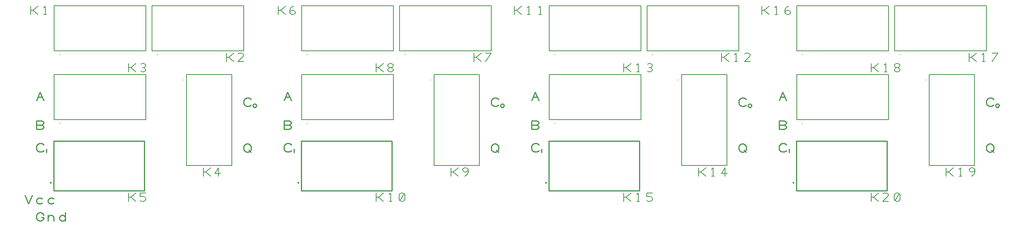
<source format=gbr>
G04 EasyPC Gerber Version 21.0.3 Build 4286 *
G04 #@! TF.Part,Single*
G04 #@! TF.FileFunction,Legend,Top *
G04 #@! TF.FilePolarity,Positive *
%FSLAX35Y35*%
%MOIN*%
%ADD12C,0.00500*%
%ADD11C,0.00787*%
%ADD10C,0.01000*%
X0Y0D02*
D02*
D10*
X20250Y44625D02*
X23375Y37125D01*
X26500Y44625*
X35250Y41500D02*
X34000Y42125D01*
X32125*
X30875Y41500*
X30250Y40250*
Y39000*
X30875Y37750*
X32125Y37125*
X34000*
X35250Y37750*
X45250Y41500D02*
X44000Y42125D01*
X42125*
X40875Y41500*
X40250Y40250*
Y39000*
X40875Y37750*
X42125Y37125*
X44000*
X45250Y37750*
X34625Y25250D02*
X36500D01*
Y24625*
X35875Y23375*
X35250Y22750*
X34000Y22125*
X32750*
X31500Y22750*
X30875Y23375*
X30250Y24625*
Y27125*
X30875Y28375*
X31500Y29000*
X32750Y29625*
X34000*
X35250Y29000*
X35875Y28375*
X36500Y27125*
X40250Y22125D02*
Y27125D01*
Y25250D02*
X40875Y26500D01*
X42125Y27125*
X43375*
X44625Y26500*
X45250Y25250*
Y22125*
X55250Y25250D02*
X54625Y26500D01*
X53375Y27125*
X52125*
X50875Y26500*
X50250Y25250*
Y24000*
X50875Y22750*
X52125Y22125*
X53375*
X54625Y22750*
X55250Y24000*
Y22125D02*
Y29625D01*
X36500Y83675D02*
X35875Y83050D01*
X34625Y82425*
X32750*
X31500Y83050*
X30875Y83675*
X30250Y84925*
Y87425*
X30875Y88675*
X31500Y89300*
X32750Y89925*
X34625*
X35875Y89300*
X36500Y88675*
X34625Y105875D02*
X35875Y105250D01*
X36500Y104000*
X35875Y102750*
X34625Y102125*
X30250*
Y109625*
X34625*
X35875Y109000*
X36500Y107750*
X35875Y106500*
X34625Y105875*
X30250*
Y127125D02*
X33375Y134625D01*
X36500Y127125*
X31500Y130250D02*
X35250D01*
X38750Y81875D02*
Y84875D01*
Y86000D02*
X43022Y55506*
G75*
G02X42281I-370D01*
G01*
X43022D02*
G75*
G02X42281I-370D01*
G01*
G75*
G02X43022I370*
G01*
X45250Y48596D02*
Y91904D01*
X123990*
Y48596*
X45250*
X210250Y84625D02*
Y87125D01*
X210875Y88375*
X211500Y89000*
X212750Y89625*
X214000*
X215250Y89000*
X215875Y88375*
X216500Y87125*
Y84625*
X215875Y83375*
X215250Y82750*
X214000Y82125*
X212750*
X211500Y82750*
X210875Y83375*
X210250Y84625*
X214625Y84000D02*
X216500Y82125D01*
Y123375D02*
X215875Y122750D01*
X214625Y122125*
X212750*
X211500Y122750*
X210875Y123375*
X210250Y124625*
Y127125*
X210875Y128375*
X211500Y129000*
X212750Y129625*
X214625*
X215875Y129000*
X216500Y128375*
X218250Y122500D02*
X218625Y121750D01*
X219375Y121375*
X220125*
X220875Y121750*
X221250Y122500*
Y123250*
X220875Y124000*
X220125Y124375*
X219375*
X218625Y124000*
X218250Y123250*
Y122500*
X251500Y83675D02*
X250875Y83050D01*
X249625Y82425*
X247750*
X246500Y83050*
X245875Y83675*
X245250Y84925*
Y87425*
X245875Y88675*
X246500Y89300*
X247750Y89925*
X249625*
X250875Y89300*
X251500Y88675*
X249625Y105875D02*
X250875Y105250D01*
X251500Y104000*
X250875Y102750*
X249625Y102125*
X245250*
Y109625*
X249625*
X250875Y109000*
X251500Y107750*
X250875Y106500*
X249625Y105875*
X245250*
Y127125D02*
X248375Y134625D01*
X251500Y127125*
X246500Y130250D02*
X250250D01*
X253750Y81875D02*
Y84875D01*
Y86000D02*
X258022Y55506*
G75*
G02X257281I-370D01*
G01*
X258022D02*
G75*
G02X257281I-370D01*
G01*
G75*
G02X258022I370*
G01*
X260250Y48596D02*
Y91904D01*
X338990*
Y48596*
X260250*
X425250Y84625D02*
Y87125D01*
X425875Y88375*
X426500Y89000*
X427750Y89625*
X429000*
X430250Y89000*
X430875Y88375*
X431500Y87125*
Y84625*
X430875Y83375*
X430250Y82750*
X429000Y82125*
X427750*
X426500Y82750*
X425875Y83375*
X425250Y84625*
X429625Y84000D02*
X431500Y82125D01*
Y123375D02*
X430875Y122750D01*
X429625Y122125*
X427750*
X426500Y122750*
X425875Y123375*
X425250Y124625*
Y127125*
X425875Y128375*
X426500Y129000*
X427750Y129625*
X429625*
X430875Y129000*
X431500Y128375*
X433250Y122500D02*
X433625Y121750D01*
X434375Y121375*
X435125*
X435875Y121750*
X436250Y122500*
Y123250*
X435875Y124000*
X435125Y124375*
X434375*
X433625Y124000*
X433250Y123250*
Y122500*
X466500Y83675D02*
X465875Y83050D01*
X464625Y82425*
X462750*
X461500Y83050*
X460875Y83675*
X460250Y84925*
Y87425*
X460875Y88675*
X461500Y89300*
X462750Y89925*
X464625*
X465875Y89300*
X466500Y88675*
X464625Y105875D02*
X465875Y105250D01*
X466500Y104000*
X465875Y102750*
X464625Y102125*
X460250*
Y109625*
X464625*
X465875Y109000*
X466500Y107750*
X465875Y106500*
X464625Y105875*
X460250*
Y127125D02*
X463375Y134625D01*
X466500Y127125*
X461500Y130250D02*
X465250D01*
X468750Y81875D02*
Y84875D01*
Y86000D02*
X473022Y55506*
G75*
G02X472281I-370D01*
G01*
X473022D02*
G75*
G02X472281I-370D01*
G01*
G75*
G02X473022I370*
G01*
X475250Y48596D02*
Y91904D01*
X553990*
Y48596*
X475250*
X640250Y84625D02*
Y87125D01*
X640875Y88375*
X641500Y89000*
X642750Y89625*
X644000*
X645250Y89000*
X645875Y88375*
X646500Y87125*
Y84625*
X645875Y83375*
X645250Y82750*
X644000Y82125*
X642750*
X641500Y82750*
X640875Y83375*
X640250Y84625*
X644625Y84000D02*
X646500Y82125D01*
Y123375D02*
X645875Y122750D01*
X644625Y122125*
X642750*
X641500Y122750*
X640875Y123375*
X640250Y124625*
Y127125*
X640875Y128375*
X641500Y129000*
X642750Y129625*
X644625*
X645875Y129000*
X646500Y128375*
X648250Y122500D02*
X648625Y121750D01*
X649375Y121375*
X650125*
X650875Y121750*
X651250Y122500*
Y123250*
X650875Y124000*
X650125Y124375*
X649375*
X648625Y124000*
X648250Y123250*
Y122500*
X681500Y83675D02*
X680875Y83050D01*
X679625Y82425*
X677750*
X676500Y83050*
X675875Y83675*
X675250Y84925*
Y87425*
X675875Y88675*
X676500Y89300*
X677750Y89925*
X679625*
X680875Y89300*
X681500Y88675*
X679625Y105875D02*
X680875Y105250D01*
X681500Y104000*
X680875Y102750*
X679625Y102125*
X675250*
Y109625*
X679625*
X680875Y109000*
X681500Y107750*
X680875Y106500*
X679625Y105875*
X675250*
Y127125D02*
X678375Y134625D01*
X681500Y127125*
X676500Y130250D02*
X680250D01*
X683750Y81875D02*
Y84875D01*
Y86000D02*
X688022Y55506*
G75*
G02X687281I-370D01*
G01*
X688022D02*
G75*
G02X687281I-370D01*
G01*
G75*
G02X688022I370*
G01*
X690250Y48596D02*
Y91904D01*
X768990*
Y48596*
X690250*
X855250Y84625D02*
Y87125D01*
X855875Y88375*
X856500Y89000*
X857750Y89625*
X859000*
X860250Y89000*
X860875Y88375*
X861500Y87125*
Y84625*
X860875Y83375*
X860250Y82750*
X859000Y82125*
X857750*
X856500Y82750*
X855875Y83375*
X855250Y84625*
X859625Y84000D02*
X861500Y82125D01*
Y123375D02*
X860875Y122750D01*
X859625Y122125*
X857750*
X856500Y122750*
X855875Y123375*
X855250Y124625*
Y127125*
X855875Y128375*
X856500Y129000*
X857750Y129625*
X859625*
X860875Y129000*
X861500Y128375*
X863250Y122500D02*
X863625Y121750D01*
X864375Y121375*
X865125*
X865875Y121750*
X866250Y122500*
Y123250*
X865875Y124000*
X865125Y124375*
X864375*
X863625Y124000*
X863250Y123250*
Y122500*
D02*
D11*
X45565Y110565D02*
Y149935D01*
X125093*
Y110565*
X45565*
Y170565D02*
Y209935D01*
X125093*
Y170565*
X45565*
X50652Y107384D02*
G75*
G02X50163I-244D01*
G01*
X50652D02*
G75*
G02X50163I-244D01*
G01*
G75*
G02X50652I244*
G01*
Y167384D02*
G75*
G02X50163I-244D01*
G01*
X50652D02*
G75*
G02X50163I-244D01*
G01*
G75*
G02X50652I244*
G01*
X130565Y170565D02*
Y209935D01*
X210093*
Y170565*
X130565*
X135652Y167384D02*
G75*
G02X135163I-244D01*
G01*
X135652D02*
G75*
G02X135163I-244D01*
G01*
G75*
G02X135652I244*
G01*
X157384Y144848D02*
G75*
G02Y145337J244D01*
G01*
Y144848D02*
G75*
G02Y145337J244D01*
G01*
G75*
G02Y144848J-244*
G01*
X160565Y149935D02*
X199935D01*
Y70407*
X160565*
Y149935*
X260565Y110565D02*
Y149935D01*
X340093*
Y110565*
X260565*
Y170565D02*
Y209935D01*
X340093*
Y170565*
X260565*
X265652Y107384D02*
G75*
G02X265163I-244D01*
G01*
X265652D02*
G75*
G02X265163I-244D01*
G01*
G75*
G02X265652I244*
G01*
Y167384D02*
G75*
G02X265163I-244D01*
G01*
X265652D02*
G75*
G02X265163I-244D01*
G01*
G75*
G02X265652I244*
G01*
X345565Y170565D02*
Y209935D01*
X425093*
Y170565*
X345565*
X350652Y167384D02*
G75*
G02X350163I-244D01*
G01*
X350652D02*
G75*
G02X350163I-244D01*
G01*
G75*
G02X350652I244*
G01*
X372384Y144848D02*
G75*
G02Y145337J244D01*
G01*
Y144848D02*
G75*
G02Y145337J244D01*
G01*
G75*
G02Y144848J-244*
G01*
X375565Y149935D02*
X414935D01*
Y70407*
X375565*
Y149935*
X475565Y110565D02*
Y149935D01*
X555093*
Y110565*
X475565*
Y170565D02*
Y209935D01*
X555093*
Y170565*
X475565*
X480652Y107384D02*
G75*
G02X480163I-244D01*
G01*
X480652D02*
G75*
G02X480163I-244D01*
G01*
G75*
G02X480652I244*
G01*
Y167384D02*
G75*
G02X480163I-244D01*
G01*
X480652D02*
G75*
G02X480163I-244D01*
G01*
G75*
G02X480652I244*
G01*
X560565Y170565D02*
Y209935D01*
X640093*
Y170565*
X560565*
X565652Y167384D02*
G75*
G02X565163I-244D01*
G01*
X565652D02*
G75*
G02X565163I-244D01*
G01*
G75*
G02X565652I244*
G01*
X587384Y144848D02*
G75*
G02Y145337J244D01*
G01*
Y144848D02*
G75*
G02Y145337J244D01*
G01*
G75*
G02Y144848J-244*
G01*
X590565Y149935D02*
X629935D01*
Y70407*
X590565*
Y149935*
X690565Y110565D02*
Y149935D01*
X770093*
Y110565*
X690565*
Y170565D02*
Y209935D01*
X770093*
Y170565*
X690565*
X695652Y107384D02*
G75*
G02X695163I-244D01*
G01*
X695652D02*
G75*
G02X695163I-244D01*
G01*
G75*
G02X695652I244*
G01*
Y167384D02*
G75*
G02X695163I-244D01*
G01*
X695652D02*
G75*
G02X695163I-244D01*
G01*
G75*
G02X695652I244*
G01*
X775565Y170565D02*
Y209935D01*
X855093*
Y170565*
X775565*
X780652Y167384D02*
G75*
G02X780163I-244D01*
G01*
X780652D02*
G75*
G02X780163I-244D01*
G01*
G75*
G02X780652I244*
G01*
X802384Y144848D02*
G75*
G02Y145337J244D01*
G01*
Y144848D02*
G75*
G02Y145337J244D01*
G01*
G75*
G02Y144848J-244*
G01*
X805565Y149935D02*
X844935D01*
Y70407*
X805565*
Y149935*
D02*
D12*
X25250Y202125D02*
Y209625D01*
Y205875D02*
X27125D01*
X31500Y209625*
X27125Y205875D02*
X31500Y202125D01*
X36500D02*
X39000D01*
X37750D02*
Y209625D01*
X36500Y208375*
X110250Y39125D02*
Y46625D01*
Y42875D02*
X112125D01*
X116500Y46625*
X112125Y42875D02*
X116500Y39125D01*
X120250Y39750D02*
X121500Y39125D01*
X123375*
X124625Y39750*
X125250Y41000*
Y41625*
X124625Y42875*
X123375Y43500*
X120250*
Y46625*
X125250*
X110250Y152125D02*
Y159625D01*
Y155875D02*
X112125D01*
X116500Y159625*
X112125Y155875D02*
X116500Y152125D01*
X120875Y152750D02*
X122125Y152125D01*
X123375*
X124625Y152750*
X125250Y154000*
X124625Y155250*
X123375Y155875*
X122125*
X123375D02*
X124625Y156500D01*
X125250Y157750*
X124625Y159000*
X123375Y159625*
X122125*
X120875Y159000*
X175250Y61125D02*
Y68625D01*
Y64875D02*
X177125D01*
X181500Y68625*
X177125Y64875D02*
X181500Y61125D01*
X188375D02*
Y68625D01*
X185250Y63625*
X190250*
X195250Y161125D02*
Y168625D01*
Y164875D02*
X197125D01*
X201500Y168625*
X197125Y164875D02*
X201500Y161125D01*
X210250D02*
X205250D01*
X209625Y165500*
X210250Y166750*
X209625Y168000*
X208375Y168625*
X206500*
X205250Y168000*
X240250Y202125D02*
Y209625D01*
Y205875D02*
X242125D01*
X246500Y209625*
X242125Y205875D02*
X246500Y202125D01*
X250250Y204000D02*
X250875Y205250D01*
X252125Y205875*
X253375*
X254625Y205250*
X255250Y204000*
X254625Y202750*
X253375Y202125*
X252125*
X250875Y202750*
X250250Y204000*
Y205875*
X250875Y207750*
X252125Y209000*
X253375Y209625*
X325250Y39125D02*
Y46625D01*
Y42875D02*
X327125D01*
X331500Y46625*
X327125Y42875D02*
X331500Y39125D01*
X336500D02*
X339000D01*
X337750D02*
Y46625D01*
X336500Y45375*
X345875Y39750D02*
X347125Y39125D01*
X348375*
X349625Y39750*
X350250Y41000*
Y44750*
X349625Y46000*
X348375Y46625*
X347125*
X345875Y46000*
X345250Y44750*
Y41000*
X345875Y39750*
X349625Y46000*
X325250Y152125D02*
Y159625D01*
Y155875D02*
X327125D01*
X331500Y159625*
X327125Y155875D02*
X331500Y152125D01*
X337125Y155875D02*
X338375D01*
X339625Y156500*
X340250Y157750*
X339625Y159000*
X338375Y159625*
X337125*
X335875Y159000*
X335250Y157750*
X335875Y156500*
X337125Y155875*
X335875Y155250*
X335250Y154000*
X335875Y152750*
X337125Y152125*
X338375*
X339625Y152750*
X340250Y154000*
X339625Y155250*
X338375Y155875*
X390250Y61125D02*
Y68625D01*
Y64875D02*
X392125D01*
X396500Y68625*
X392125Y64875D02*
X396500Y61125D01*
X402125D02*
X403375Y61750D01*
X404625Y63000*
X405250Y64875*
Y66750*
X404625Y68000*
X403375Y68625*
X402125*
X400875Y68000*
X400250Y66750*
X400875Y65500*
X402125Y64875*
X403375*
X404625Y65500*
X405250Y66750*
X410250Y161125D02*
Y168625D01*
Y164875D02*
X412125D01*
X416500Y168625*
X412125Y164875D02*
X416500Y161125D01*
X420250D02*
X425250Y168625D01*
X420250*
X445250Y202125D02*
Y209625D01*
Y205875D02*
X447125D01*
X451500Y209625*
X447125Y205875D02*
X451500Y202125D01*
X456500D02*
X459000D01*
X457750D02*
Y209625D01*
X456500Y208375*
X466500Y202125D02*
X469000D01*
X467750D02*
Y209625D01*
X466500Y208375*
X540250Y39125D02*
Y46625D01*
Y42875D02*
X542125D01*
X546500Y46625*
X542125Y42875D02*
X546500Y39125D01*
X551500D02*
X554000D01*
X552750D02*
Y46625D01*
X551500Y45375*
X560250Y39750D02*
X561500Y39125D01*
X563375*
X564625Y39750*
X565250Y41000*
Y41625*
X564625Y42875*
X563375Y43500*
X560250*
Y46625*
X565250*
X540250Y152125D02*
Y159625D01*
Y155875D02*
X542125D01*
X546500Y159625*
X542125Y155875D02*
X546500Y152125D01*
X551500D02*
X554000D01*
X552750D02*
Y159625D01*
X551500Y158375*
X560875Y152750D02*
X562125Y152125D01*
X563375*
X564625Y152750*
X565250Y154000*
X564625Y155250*
X563375Y155875*
X562125*
X563375D02*
X564625Y156500D01*
X565250Y157750*
X564625Y159000*
X563375Y159625*
X562125*
X560875Y159000*
X605250Y61125D02*
Y68625D01*
Y64875D02*
X607125D01*
X611500Y68625*
X607125Y64875D02*
X611500Y61125D01*
X616500D02*
X619000D01*
X617750D02*
Y68625D01*
X616500Y67375*
X628375Y61125D02*
Y68625D01*
X625250Y63625*
X630250*
X625250Y161125D02*
Y168625D01*
Y164875D02*
X627125D01*
X631500Y168625*
X627125Y164875D02*
X631500Y161125D01*
X636500D02*
X639000D01*
X637750D02*
Y168625D01*
X636500Y167375*
X650250Y161125D02*
X645250D01*
X649625Y165500*
X650250Y166750*
X649625Y168000*
X648375Y168625*
X646500*
X645250Y168000*
X660250Y202125D02*
Y209625D01*
Y205875D02*
X662125D01*
X666500Y209625*
X662125Y205875D02*
X666500Y202125D01*
X671500D02*
X674000D01*
X672750D02*
Y209625D01*
X671500Y208375*
X680250Y204000D02*
X680875Y205250D01*
X682125Y205875*
X683375*
X684625Y205250*
X685250Y204000*
X684625Y202750*
X683375Y202125*
X682125*
X680875Y202750*
X680250Y204000*
Y205875*
X680875Y207750*
X682125Y209000*
X683375Y209625*
X755250Y39125D02*
Y46625D01*
Y42875D02*
X757125D01*
X761500Y46625*
X757125Y42875D02*
X761500Y39125D01*
X770250D02*
X765250D01*
X769625Y43500*
X770250Y44750*
X769625Y46000*
X768375Y46625*
X766500*
X765250Y46000*
X775875Y39750D02*
X777125Y39125D01*
X778375*
X779625Y39750*
X780250Y41000*
Y44750*
X779625Y46000*
X778375Y46625*
X777125*
X775875Y46000*
X775250Y44750*
Y41000*
X775875Y39750*
X779625Y46000*
X755250Y152125D02*
Y159625D01*
Y155875D02*
X757125D01*
X761500Y159625*
X757125Y155875D02*
X761500Y152125D01*
X766500D02*
X769000D01*
X767750D02*
Y159625D01*
X766500Y158375*
X777125Y155875D02*
X778375D01*
X779625Y156500*
X780250Y157750*
X779625Y159000*
X778375Y159625*
X777125*
X775875Y159000*
X775250Y157750*
X775875Y156500*
X777125Y155875*
X775875Y155250*
X775250Y154000*
X775875Y152750*
X777125Y152125*
X778375*
X779625Y152750*
X780250Y154000*
X779625Y155250*
X778375Y155875*
X820250Y61125D02*
Y68625D01*
Y64875D02*
X822125D01*
X826500Y68625*
X822125Y64875D02*
X826500Y61125D01*
X831500D02*
X834000D01*
X832750D02*
Y68625D01*
X831500Y67375*
X842125Y61125D02*
X843375Y61750D01*
X844625Y63000*
X845250Y64875*
Y66750*
X844625Y68000*
X843375Y68625*
X842125*
X840875Y68000*
X840250Y66750*
X840875Y65500*
X842125Y64875*
X843375*
X844625Y65500*
X845250Y66750*
X840250Y161125D02*
Y168625D01*
Y164875D02*
X842125D01*
X846500Y168625*
X842125Y164875D02*
X846500Y161125D01*
X851500D02*
X854000D01*
X852750D02*
Y168625D01*
X851500Y167375*
X860250Y161125D02*
X865250Y168625D01*
X860250*
X0Y0D02*
M02*

</source>
